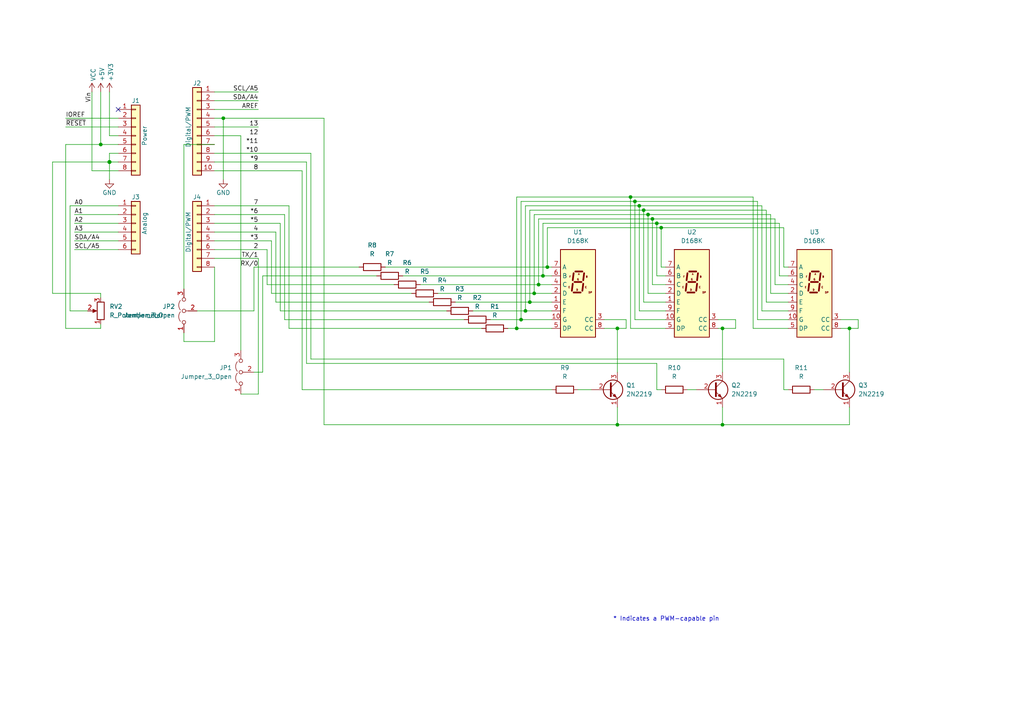
<source format=kicad_sch>
(kicad_sch (version 20231120) (generator "eeschema") (generator_version "8.0")
  (paper "A4")
  (title_block (date "mar. 31 mars 2015"))
  (lib_symbols
    (symbol "Connector_Generic:Conn_01x06" (pin_names (offset 1.016) hide)
      (property "Reference" "J" (at 0 7.62 0))
      (property "Value" "Conn_01x06" (at 0 -10.16 0))
      (symbol "Conn_01x06_1_1"
        (rectangle (start -1.27 -7.493) (end 0 -7.747) (stroke (width 0.1524)))
        (rectangle (start -1.27 -4.953) (end 0 -5.207) (stroke (width 0.1524)))
        (rectangle (start -1.27 -2.413) (end 0 -2.667) (stroke (width 0.1524)))
        (rectangle (start -1.27 0.127) (end 0 -0.127) (stroke (width 0.1524)))
        (rectangle (start -1.27 2.667) (end 0 2.413) (stroke (width 0.1524)))
        (rectangle (start -1.27 5.207) (end 0 4.953) (stroke (width 0.1524)))
        (rectangle (start -1.27 6.35) (end 1.27 -8.89) (stroke (width 0.254)) (fill (type background)))
        (pin passive line (at -5.08 5.08 0) (length 3.81) (name "Pin_1") (number "1"))
        (pin passive line (at -5.08 2.54 0) (length 3.81) (name "Pin_2") (number "2"))
        (pin passive line (at -5.08 0 0) (length 3.81) (name "Pin_3") (number "3"))
        (pin passive line (at -5.08 -2.54 0) (length 3.81) (name "Pin_4") (number "4"))
        (pin passive line (at -5.08 -5.08 0) (length 3.81) (name "Pin_5") (number "5"))
        (pin passive line (at -5.08 -7.62 0) (length 3.81) (name "Pin_6") (number "6"))
      )
    )
    (symbol "Connector_Generic:Conn_01x08" (pin_names (offset 1.016) hide)
      (property "Reference" "J" (at 0 10.16 0))
      (property "Value" "Conn_01x08" (at 0 -12.7 0))
      (symbol "Conn_01x08_1_1"
        (rectangle (start -1.27 -10.033) (end 0 -10.287) (stroke (width 0.1524)))
        (rectangle (start -1.27 -7.493) (end 0 -7.747) (stroke (width 0.1524)))
        (rectangle (start -1.27 -4.953) (end 0 -5.207) (stroke (width 0.1524)))
        (rectangle (start -1.27 -2.413) (end 0 -2.667) (stroke (width 0.1524)))
        (rectangle (start -1.27 0.127) (end 0 -0.127) (stroke (width 0.1524)))
        (rectangle (start -1.27 2.667) (end 0 2.413) (stroke (width 0.1524)))
        (rectangle (start -1.27 5.207) (end 0 4.953) (stroke (width 0.1524)))
        (rectangle (start -1.27 7.747) (end 0 7.493) (stroke (width 0.1524)))
        (rectangle (start -1.27 8.89) (end 1.27 -11.43) (stroke (width 0.254)) (fill (type background)))
        (pin passive line (at -5.08 7.62 0) (length 3.81) (name "Pin_1") (number "1"))
        (pin passive line (at -5.08 5.08 0) (length 3.81) (name "Pin_2") (number "2"))
        (pin passive line (at -5.08 2.54 0) (length 3.81) (name "Pin_3") (number "3"))
        (pin passive line (at -5.08 0 0) (length 3.81) (name "Pin_4") (number "4"))
        (pin passive line (at -5.08 -2.54 0) (length 3.81) (name "Pin_5") (number "5"))
        (pin passive line (at -5.08 -5.08 0) (length 3.81) (name "Pin_6") (number "6"))
        (pin passive line (at -5.08 -7.62 0) (length 3.81) (name "Pin_7") (number "7"))
        (pin passive line (at -5.08 -10.16 0) (length 3.81) (name "Pin_8") (number "8"))
      )
    )
    (symbol "Connector_Generic:Conn_01x10" (pin_names (offset 1.016) hide)
      (property "Reference" "J" (at 0 12.7 0))
      (property "Value" "Conn_01x10" (at 0 -15.24 0))
      (symbol "Conn_01x10_1_1"
        (rectangle (start -1.27 -12.573) (end 0 -12.827) (stroke (width 0.1524)))
        (rectangle (start -1.27 -10.033) (end 0 -10.287) (stroke (width 0.1524)))
        (rectangle (start -1.27 -7.493) (end 0 -7.747) (stroke (width 0.1524)))
        (rectangle (start -1.27 -4.953) (end 0 -5.207) (stroke (width 0.1524)))
        (rectangle (start -1.27 -2.413) (end 0 -2.667) (stroke (width 0.1524)))
        (rectangle (start -1.27 0.127) (end 0 -0.127) (stroke (width 0.1524)))
        (rectangle (start -1.27 2.667) (end 0 2.413) (stroke (width 0.1524)))
        (rectangle (start -1.27 5.207) (end 0 4.953) (stroke (width 0.1524)))
        (rectangle (start -1.27 7.747) (end 0 7.493) (stroke (width 0.1524)))
        (rectangle (start -1.27 10.287) (end 0 10.033) (stroke (width 0.1524)))
        (rectangle (start -1.27 11.43) (end 1.27 -13.97) (stroke (width 0.254)) (fill (type background)))
        (pin passive line (at -5.08 10.16 0) (length 3.81) (name "Pin_1") (number "1"))
        (pin passive line (at -5.08 -12.7 0) (length 3.81) (name "Pin_10") (number "10"))
        (pin passive line (at -5.08 7.62 0) (length 3.81) (name "Pin_2") (number "2"))
        (pin passive line (at -5.08 5.08 0) (length 3.81) (name "Pin_3") (number "3"))
        (pin passive line (at -5.08 2.54 0) (length 3.81) (name "Pin_4") (number "4"))
        (pin passive line (at -5.08 0 0) (length 3.81) (name "Pin_5") (number "5"))
        (pin passive line (at -5.08 -2.54 0) (length 3.81) (name "Pin_6") (number "6"))
        (pin passive line (at -5.08 -5.08 0) (length 3.81) (name "Pin_7") (number "7"))
        (pin passive line (at -5.08 -7.62 0) (length 3.81) (name "Pin_8") (number "8"))
        (pin passive line (at -5.08 -10.16 0) (length 3.81) (name "Pin_9") (number "9"))
      )
    )
    (symbol "Device:R" (pin_numbers hide) (pin_names (offset 0))
      (property "Reference" "R" (at 2.032 0 90))
      (property "Value" "R" (at 0 0 90))
      (symbol "R_0_1"
        (rectangle (start -1.016 -2.54) (end 1.016 2.54) (stroke (width 0.254)))
      )
      (symbol "R_1_1"
        (pin passive line (at 0 3.81 270) (length 1.27) (name "~") (number "1"))
        (pin passive line (at 0 -3.81 90) (length 1.27) (name "~") (number "2"))
      )
    )
    (symbol "Device:R_Potentiometer" (pin_names (offset 1.016) hide)
      (property "Reference" "RV" (at -4.445 0 90))
      (property "Value" "R_Potentiometer" (at -2.54 0 90))
      (symbol "R_Potentiometer_0_1"
        (polyline (pts (xy 2.54 0) (xy 1.524 0)))
        (polyline (pts (xy 1.143 0) (xy 2.286 0.508) (xy 2.286 -0.508) (xy 1.143 0)) (fill (type outline)))
        (rectangle (start 1.016 2.54) (end -1.016 -2.54) (stroke (width 0.254)))
      )
      (symbol "R_Potentiometer_1_1"
        (pin passive line (at 0 3.81 270) (length 1.27) (name "1") (number "1"))
        (pin passive line (at 3.81 0 180) (length 1.27) (name "2") (number "2"))
        (pin passive line (at 0 -3.81 90) (length 1.27) (name "3") (number "3"))
      )
    )
    (symbol "Display_Character:D168K"
      (property "Reference" "U" (at -2.54 13.97 0))
      (property "Value" "D168K" (at 1.27 13.97 0))
      (symbol "D168K_0_0"
        (text "A" (at 0.254 5.588 0) (effects (font (size 0.508 0.508))))
        (text "B" (at 2.54 4.826 0) (effects (font (size 0.508 0.508))))
        (text "C" (at 2.286 1.778 0) (effects (font (size 0.508 0.508))))
        (text "D" (at -0.254 1.016 0) (effects (font (size 0.508 0.508))))
        (text "DP" (at 3.556 0.254 0) (effects (font (size 0.508 0.508))))
        (text "E" (at -2.54 1.778 0) (effects (font (size 0.508 0.508))))
        (text "F" (at -2.286 4.826 0) (effects (font (size 0.508 0.508))))
        (text "G" (at 0 4.064 0) (effects (font (size 0.508 0.508))))
      )
      (symbol "D168K_0_1"
        (rectangle (start -5.08 12.7) (end 5.08 -12.7) (stroke (width 0.254)) (fill (type background)))
        (polyline (pts (xy -1.524 2.794) (xy -1.778 0.762)) (stroke (width 0.508)))
        (polyline (pts (xy -1.27 0.254) (xy 0.762 0.254)) (stroke (width 0.508)))
        (polyline (pts (xy -1.27 5.842) (xy -1.524 3.81)) (stroke (width 0.508)))
        (polyline (pts (xy -1.016 3.302) (xy 1.016 3.302)) (stroke (width 0.508)))
        (polyline (pts (xy -0.762 6.35) (xy 1.27 6.35)) (stroke (width 0.508)))
        (polyline (pts (xy 1.524 2.794) (xy 1.27 0.762)) (stroke (width 0.508)))
        (polyline (pts (xy 1.778 5.842) (xy 1.524 3.81)) (stroke (width 0.508)))
        (polyline (pts (xy 2.54 0.254) (xy 2.54 0.254)) (stroke (width 0.508)))
      )
      (symbol "D168K_1_1"
        (pin input line (at -7.62 -2.54 0) (length 2.54) (name "E") (number "1"))
        (pin input line (at -7.62 -7.62 0) (length 2.54) (name "G") (number "10"))
        (pin input line (at -7.62 0 0) (length 2.54) (name "D") (number "2"))
        (pin input line (at 7.62 -7.62 180) (length 2.54) (name "CC") (number "3"))
        (pin input line (at -7.62 2.54 0) (length 2.54) (name "C") (number "4"))
        (pin input line (at -7.62 -10.16 0) (length 2.54) (name "DP") (number "5"))
        (pin input line (at -7.62 5.08 0) (length 2.54) (name "B") (number "6"))
        (pin input line (at -7.62 7.62 0) (length 2.54) (name "A") (number "7"))
        (pin input line (at 7.62 -10.16 180) (length 2.54) (name "CC") (number "8"))
        (pin input line (at -7.62 -5.08 0) (length 2.54) (name "F") (number "9"))
      )
    )
    (symbol "Jumper:Jumper_3_Open" (pin_names (offset 0) hide) (exclude_from_sim yes) (in_bom no)
      (property "Reference" "JP" (at -2.54 -2.54 0))
      (property "Value" "Jumper_3_Open" (at 0 2.794 0))
      (symbol "Jumper_3_Open_0_0"
        (circle (center -3.302 0) (radius 0.508))
        (circle (center 0 0) (radius 0.508))
        (circle (center 3.302 0) (radius 0.508))
      )
      (symbol "Jumper_3_Open_0_1"
        (arc (start -0.254 1.016) (mid -1.651 1.4992) (end -3.048 1.016))
        (polyline (pts (xy 0 -0.508) (xy 0 -1.27)))
        (arc (start 3.048 1.016) (mid 1.651 1.4992) (end 0.254 1.016))
      )
      (symbol "Jumper_3_Open_1_1"
        (pin passive line (at -6.35 0 0) (length 2.54) (name "A") (number "1"))
        (pin passive line (at 0 -3.81 90) (length 2.54) (name "C") (number "2"))
        (pin passive line (at 6.35 0 180) (length 2.54) (name "B") (number "3"))
      )
    )
    (symbol "Transistor_BJT:2N2219" (pin_names (offset 0) hide)
      (property "Reference" "Q" (at 5.08 1.905 0))
      (property "Value" "2N2219" (at 5.08 0 0))
      (symbol "2N2219_0_1"
        (polyline (pts (xy 0.635 0.635) (xy 2.54 2.54)))
        (polyline (pts (xy 0.635 -0.635) (xy 2.54 -2.54) (xy 2.54 -2.54)))
        (polyline (pts (xy 0.635 1.905) (xy 0.635 -1.905) (xy 0.635 -1.905)) (stroke (width 0.508)))
        (polyline (pts (xy 1.27 -1.778) (xy 1.778 -1.27) (xy 2.286 -2.286) (xy 1.27 -1.778) (xy 1.27 -1.778)) (fill (type outline)))
        (circle (center 1.27 0) (radius 2.8194) (stroke (width 0.254)))
      )
      (symbol "2N2219_1_1"
        (pin passive line (at 2.54 -5.08 90) (length 2.54) (name "E") (number "1"))
        (pin passive line (at -5.08 0 0) (length 5.715) (name "B") (number "2"))
        (pin passive line (at 2.54 5.08 270) (length 2.54) (name "C") (number "3"))
      )
    )
    (symbol "power:+3V3" (power) (pin_names (offset 0))
      (property "Value" "+3V3" (at 0 3.556 0))
      (symbol "+3V3_0_1"
        (polyline (pts (xy -0.762 1.27) (xy 0 2.54)))
        (polyline (pts (xy 0 0) (xy 0 2.54)))
        (polyline (pts (xy 0 2.54) (xy 0.762 1.27)))
      )
      (symbol "+3V3_1_1"
        (pin power_in line (at 0 0 90) (length 0) hide (name "+3V3") (number "1"))
      )
    )
    (symbol "power:+5V" (power) (pin_names (offset 0))
      (property "Value" "+5V" (at 0 3.556 0))
      (symbol "+5V_0_1"
        (polyline (pts (xy -0.762 1.27) (xy 0 2.54)))
        (polyline (pts (xy 0 0) (xy 0 2.54)))
        (polyline (pts (xy 0 2.54) (xy 0.762 1.27)))
      )
      (symbol "+5V_1_1"
        (pin power_in line (at 0 0 90) (length 0) hide (name "+5V") (number "1"))
      )
    )
    (symbol "power:GND" (power) (pin_names (offset 0))
      (property "Value" "GND" (at 0 -3.81 0))
      (symbol "GND_0_1"
        (polyline (pts (xy 0 0) (xy 0 -1.27) (xy 1.27 -1.27) (xy 0 -2.54) (xy -1.27 -1.27) (xy 0 -1.27)))
      )
      (symbol "GND_1_1"
        (pin power_in line (at 0 0 270) (length 0) hide (name "GND") (number "1"))
      )
    )
    (symbol "power:VCC" (power) (pin_names (offset 0))
      (property "Value" "VCC" (at 0 3.81 0))
      (symbol "VCC_0_1"
        (polyline (pts (xy -0.762 1.27) (xy 0 2.54)))
        (polyline (pts (xy 0 0) (xy 0 2.54)))
        (polyline (pts (xy 0 2.54) (xy 0.762 1.27)))
      )
      (symbol "VCC_1_1"
        (pin power_in line (at 0 0 90) (length 0) hide (name "VCC") (number "1"))
      )
    )
  )
  (junction (at 64.77 34.29))
  (junction (at 209.55 95.25))
  (junction (at 31.75 46.99) (diameter 1.016))
  (junction (at 151.13 92.71))
  (junction (at 149.86 95.25))
  (junction (at 29.21 41.91))
  (junction (at 189.23 63.5))
  (junction (at 209.55 123.19))
  (junction (at 152.4 90.17))
  (junction (at 186.69 60.96))
  (junction (at 185.42 59.69))
  (junction (at 190.5 64.77))
  (junction (at 184.15 58.42))
  (junction (at 157.48 80.01))
  (junction (at 153.67 87.63))
  (junction (at 179.07 123.19))
  (junction (at 187.96 62.23))
  (junction (at 182.88 57.15))
  (junction (at 154.94 85.09))
  (junction (at 179.07 95.25))
  (junction (at 191.77 66.04))
  (junction (at 158.75 77.47))
  (junction (at 246.38 95.25))
  (junction (at 156.21 82.55))
  (no_connect (at 34.29 31.75))
  (wire (pts (xy 73.66 90.17) (xy 73.66 77.47)))
  (wire (pts (xy 156.21 82.55) (xy 156.21 63.5)))
  (wire (pts (xy 208.28 92.71) (xy 213.36 92.71)))
  (wire (pts (xy 134.62 92.71) (xy 82.55 92.71)))
  (wire (pts (xy 62.23 44.45) (xy 90.17 44.45)))
  (wire (pts (xy 224.79 82.55) (xy 228.6 82.55)))
  (wire (pts (xy 62.23 26.67) (xy 74.93 26.67)))
  (wire (pts (xy 227.33 77.47) (xy 228.6 77.47)))
  (wire (pts (xy 193.04 77.47) (xy 191.77 77.47)))
  (wire (pts (xy 167.64 113.03) (xy 171.45 113.03)))
  (wire (pts (xy 31.75 44.45) (xy 31.75 46.99)))
  (wire (pts (xy 93.98 123.19) (xy 179.07 123.19)))
  (wire (pts (xy 160.02 113.03) (xy 87.63 113.03)))
  (wire (pts (xy 236.22 113.03) (xy 238.76 113.03)))
  (wire (pts (xy 82.55 92.71) (xy 82.55 62.23)))
  (wire (pts (xy 193.04 82.55) (xy 189.23 82.55)))
  (wire (pts (xy 226.06 64.77) (xy 226.06 80.01)))
  (wire (pts (xy 21.59 72.39) (xy 34.29 72.39)))
  (wire (pts (xy 78.74 85.09) (xy 78.74 69.85)))
  (wire (pts (xy 213.36 95.25) (xy 209.55 95.25)))
  (wire (pts (xy 111.76 77.47) (xy 158.75 77.47)))
  (wire (pts (xy 80.01 87.63) (xy 80.01 67.31)))
  (wire (pts (xy 191.77 77.47) (xy 191.77 66.04)))
  (wire (pts (xy 223.52 62.23) (xy 223.52 85.09)))
  (wire (pts (xy 209.55 118.11) (xy 209.55 123.19)))
  (wire (pts (xy 186.69 87.63) (xy 186.69 60.96)))
  (wire (pts (xy 73.66 77.47) (xy 104.14 77.47)))
  (wire (pts (xy 151.13 58.42) (xy 151.13 92.71)))
  (wire (pts (xy 199.39 113.03) (xy 201.93 113.03)))
  (wire (pts (xy 31.75 46.99) (xy 31.75 52.07)))
  (wire (pts (xy 187.96 62.23) (xy 223.52 62.23)))
  (wire (pts (xy 31.75 39.37) (xy 34.29 39.37)))
  (wire (pts (xy 19.05 95.25) (xy 29.21 95.25)))
  (wire (pts (xy 190.5 64.77) (xy 226.06 64.77)))
  (wire (pts (xy 29.21 41.91) (xy 34.29 41.91)))
  (wire (pts (xy 29.21 26.67) (xy 29.21 41.91)))
  (wire (pts (xy 193.04 92.71) (xy 184.15 92.71)))
  (wire (pts (xy 222.25 87.63) (xy 228.6 87.63)))
  (wire (pts (xy 193.04 95.25) (xy 182.88 95.25)))
  (wire (pts (xy 53.34 41.91) (xy 53.34 83.82)))
  (wire (pts (xy 243.84 92.71) (xy 248.92 92.71)))
  (wire (pts (xy 137.16 90.17) (xy 152.4 90.17)))
  (wire (pts (xy 62.23 36.83) (xy 74.93 36.83)))
  (wire (pts (xy 121.92 82.55) (xy 156.21 82.55)))
  (wire (pts (xy 226.06 80.01) (xy 228.6 80.01)))
  (wire (pts (xy 31.75 26.67) (xy 31.75 39.37)))
  (wire (pts (xy 62.23 59.69) (xy 83.82 59.69)))
  (wire (pts (xy 224.79 63.5) (xy 224.79 82.55)))
  (wire (pts (xy 182.88 57.15) (xy 218.44 57.15)))
  (wire (pts (xy 20.32 59.69) (xy 34.29 59.69)))
  (wire (pts (xy 191.77 66.04) (xy 227.33 66.04)))
  (wire (pts (xy 62.23 39.37) (xy 69.85 39.37)))
  (wire (pts (xy 151.13 58.42) (xy 184.15 58.42)))
  (wire (pts (xy 15.24 85.09) (xy 29.21 85.09)))
  (wire (pts (xy 93.98 34.29) (xy 93.98 123.19)))
  (wire (pts (xy 62.23 62.23) (xy 82.55 62.23)))
  (wire (pts (xy 190.5 113.03) (xy 190.5 105.41)))
  (wire (pts (xy 193.04 85.09) (xy 187.96 85.09)))
  (wire (pts (xy 218.44 57.15) (xy 218.44 95.25)))
  (wire (pts (xy 76.2 107.95) (xy 76.2 80.01)))
  (wire (pts (xy 160.02 95.25) (xy 149.86 95.25)))
  (wire (pts (xy 219.71 92.71) (xy 228.6 92.71)))
  (wire (pts (xy 186.69 60.96) (xy 222.25 60.96)))
  (wire (pts (xy 227.33 66.04) (xy 227.33 77.47)))
  (wire (pts (xy 15.24 46.99) (xy 15.24 85.09)))
  (wire (pts (xy 190.5 64.77) (xy 190.5 80.01)))
  (wire (pts (xy 193.04 90.17) (xy 185.42 90.17)))
  (wire (pts (xy 154.94 62.23) (xy 187.96 62.23)))
  (wire (pts (xy 69.85 114.3) (xy 74.93 114.3)))
  (wire (pts (xy 116.84 80.01) (xy 157.48 80.01)))
  (wire (pts (xy 81.28 90.17) (xy 81.28 64.77)))
  (wire (pts (xy 62.23 46.99) (xy 88.9 46.99)))
  (wire (pts (xy 124.46 87.63) (xy 80.01 87.63)))
  (wire (pts (xy 19.05 41.91) (xy 29.21 41.91)))
  (wire (pts (xy 20.32 59.69) (xy 20.32 90.17)))
  (wire (pts (xy 62.23 67.31) (xy 80.01 67.31)))
  (wire (pts (xy 69.85 39.37) (xy 69.85 101.6)))
  (wire (pts (xy 179.07 123.19) (xy 209.55 123.19)))
  (wire (pts (xy 160.02 87.63) (xy 153.67 87.63)))
  (wire (pts (xy 184.15 92.71) (xy 184.15 58.42)))
  (wire (pts (xy 220.98 59.69) (xy 220.98 90.17)))
  (wire (pts (xy 127 85.09) (xy 154.94 85.09)))
  (wire (pts (xy 160.02 85.09) (xy 154.94 85.09)))
  (wire (pts (xy 19.05 34.29) (xy 34.29 34.29)))
  (wire (pts (xy 179.07 95.25) (xy 181.61 95.25)))
  (wire (pts (xy 187.96 85.09) (xy 187.96 62.23)))
  (wire (pts (xy 64.77 34.29) (xy 93.98 34.29)))
  (wire (pts (xy 193.04 80.01) (xy 190.5 80.01)))
  (wire (pts (xy 19.05 95.25) (xy 19.05 41.91)))
  (wire (pts (xy 175.26 95.25) (xy 179.07 95.25)))
  (wire (pts (xy 179.07 95.25) (xy 179.07 107.95)))
  (wire (pts (xy 222.25 60.96) (xy 222.25 87.63)))
  (wire (pts (xy 147.32 95.25) (xy 149.86 95.25)))
  (wire (pts (xy 246.38 95.25) (xy 246.38 107.95)))
  (wire (pts (xy 153.67 60.96) (xy 186.69 60.96)))
  (wire (pts (xy 74.93 114.3) (xy 74.93 74.93)))
  (wire (pts (xy 248.92 92.71) (xy 248.92 95.25)))
  (wire (pts (xy 64.77 34.29) (xy 64.77 52.07)))
  (wire (pts (xy 62.23 31.75) (xy 74.93 31.75)))
  (wire (pts (xy 185.42 59.69) (xy 220.98 59.69)))
  (wire (pts (xy 185.42 90.17) (xy 185.42 59.69)))
  (wire (pts (xy 182.88 95.25) (xy 182.88 57.15)))
  (wire (pts (xy 160.02 77.47) (xy 158.75 77.47)))
  (wire (pts (xy 34.29 64.77) (xy 21.59 64.77)))
  (wire (pts (xy 19.05 36.83) (xy 34.29 36.83)))
  (wire (pts (xy 142.24 92.71) (xy 151.13 92.71)))
  (wire (pts (xy 184.15 58.42) (xy 219.71 58.42)))
  (wire (pts (xy 77.47 82.55) (xy 77.47 72.39)))
  (wire (pts (xy 157.48 64.77) (xy 190.5 64.77)))
  (wire (pts (xy 158.75 66.04) (xy 191.77 66.04)))
  (wire (pts (xy 34.29 46.99) (xy 31.75 46.99)))
  (wire (pts (xy 209.55 123.19) (xy 246.38 123.19)))
  (wire (pts (xy 156.21 63.5) (xy 189.23 63.5)))
  (wire (pts (xy 129.54 90.17) (xy 81.28 90.17)))
  (wire (pts (xy 158.75 77.47) (xy 158.75 66.04)))
  (wire (pts (xy 209.55 95.25) (xy 209.55 107.95)))
  (wire (pts (xy 132.08 87.63) (xy 153.67 87.63)))
  (wire (pts (xy 219.71 58.42) (xy 219.71 92.71)))
  (wire (pts (xy 53.34 99.06) (xy 53.34 96.52)))
  (wire (pts (xy 34.29 49.53) (xy 26.67 49.53)))
  (wire (pts (xy 87.63 113.03) (xy 87.63 49.53)))
  (wire (pts (xy 149.86 95.25) (xy 149.86 57.15)))
  (wire (pts (xy 57.15 90.17) (xy 73.66 90.17)))
  (wire (pts (xy 21.59 62.23) (xy 34.29 62.23)))
  (wire (pts (xy 153.67 87.63) (xy 153.67 60.96)))
  (wire (pts (xy 62.23 77.47) (xy 62.23 99.06)))
  (wire (pts (xy 160.02 92.71) (xy 151.13 92.71)))
  (wire (pts (xy 191.77 113.03) (xy 190.5 113.03)))
  (wire (pts (xy 246.38 95.25) (xy 243.84 95.25)))
  (wire (pts (xy 114.3 82.55) (xy 77.47 82.55)))
  (wire (pts (xy 73.66 107.95) (xy 76.2 107.95)))
  (wire (pts (xy 152.4 90.17) (xy 152.4 59.69)))
  (wire (pts (xy 248.92 95.25) (xy 246.38 95.25)))
  (wire (pts (xy 189.23 63.5) (xy 224.79 63.5)))
  (wire (pts (xy 31.75 46.99) (xy 15.24 46.99)))
  (wire (pts (xy 62.23 34.29) (xy 64.77 34.29)))
  (wire (pts (xy 29.21 85.09) (xy 29.21 86.36)))
  (wire (pts (xy 34.29 44.45) (xy 31.75 44.45)))
  (wire (pts (xy 160.02 82.55) (xy 156.21 82.55)))
  (wire (pts (xy 53.34 41.91) (xy 62.23 41.91)))
  (wire (pts (xy 149.86 57.15) (xy 182.88 57.15)))
  (wire (pts (xy 246.38 123.19) (xy 246.38 118.11)))
  (wire (pts (xy 223.52 85.09) (xy 228.6 85.09)))
  (wire (pts (xy 62.23 64.77) (xy 81.28 64.77)))
  (wire (pts (xy 21.59 67.31) (xy 34.29 67.31)))
  (wire (pts (xy 53.34 99.06) (xy 62.23 99.06)))
  (wire (pts (xy 220.98 90.17) (xy 228.6 90.17)))
  (wire (pts (xy 179.07 118.11) (xy 179.07 123.19)))
  (wire (pts (xy 193.04 87.63) (xy 186.69 87.63)))
  (wire (pts (xy 88.9 105.41) (xy 88.9 46.99)))
  (wire (pts (xy 190.5 105.41) (xy 88.9 105.41)))
  (wire (pts (xy 181.61 92.71) (xy 175.26 92.71)))
  (wire (pts (xy 119.38 85.09) (xy 78.74 85.09)))
  (wire (pts (xy 209.55 95.25) (xy 208.28 95.25)))
  (wire (pts (xy 83.82 95.25) (xy 83.82 59.69)))
  (wire (pts (xy 157.48 80.01) (xy 157.48 64.77)))
  (wire (pts (xy 139.7 95.25) (xy 83.82 95.25)))
  (wire (pts (xy 29.21 95.25) (xy 29.21 93.98)))
  (wire (pts (xy 90.17 104.14) (xy 227.33 104.14)))
  (wire (pts (xy 160.02 80.01) (xy 157.48 80.01)))
  (wire (pts (xy 62.23 29.21) (xy 74.93 29.21)))
  (wire (pts (xy 213.36 92.71) (xy 213.36 95.25)))
  (wire (pts (xy 62.23 72.39) (xy 77.47 72.39)))
  (wire (pts (xy 76.2 80.01) (xy 109.22 80.01)))
  (wire (pts (xy 62.23 69.85) (xy 78.74 69.85)))
  (wire (pts (xy 189.23 63.5) (xy 189.23 82.55)))
  (wire (pts (xy 181.61 95.25) (xy 181.61 92.71)))
  (wire (pts (xy 20.32 90.17) (xy 25.4 90.17)))
  (wire (pts (xy 160.02 90.17) (xy 152.4 90.17)))
  (wire (pts (xy 62.23 74.93) (xy 74.93 74.93)))
  (wire (pts (xy 26.67 49.53) (xy 26.67 26.67)))
  (wire (pts (xy 228.6 113.03) (xy 227.33 113.03)))
  (wire (pts (xy 90.17 104.14) (xy 90.17 44.45)))
  (wire (pts (xy 34.29 69.85) (xy 21.59 69.85)))
  (wire (pts (xy 154.94 62.23) (xy 154.94 85.09)))
  (wire (pts (xy 152.4 59.69) (xy 185.42 59.69)))
  (wire (pts (xy 218.44 95.25) (xy 228.6 95.25)))
  (wire (pts (xy 62.23 49.53) (xy 87.63 49.53)))
  (wire (pts (xy 227.33 113.03) (xy 227.33 104.14)))
  (text "* Indicates a PWM-capable pin" (at 177.8 180.34 0) (effects (font (size 1.27 1.27)) (justify left bottom)))
  (label "RX{slash}0" (at 74.93 77.47 180))
  (label "A2" (at 21.59 64.77 0))
  (label "4" (at 74.93 67.31 180))
  (label "2" (at 74.93 72.39 180))
  (label "A3" (at 21.59 67.31 0))
  (label "13" (at 74.93 36.83 180))
  (label "12" (at 74.93 39.37 180))
  (label "~{RESET}" (at 19.05 36.83 0))
  (label "*10" (at 74.93 44.45 180))
  (label "7" (at 74.93 59.69 180))
  (label "SDA{slash}A4" (at 74.93 29.21 180))
  (label "8" (at 74.93 49.53 180))
  (label "*11" (at 74.93 41.91 180))
  (label "*3" (at 74.93 69.85 180))
  (label "A1" (at 21.59 62.23 0))
  (label "TX{slash}1" (at 74.93 74.93 180))
  (label "A0" (at 21.59 59.69 0))
  (label "AREF" (at 74.93 31.75 180))
  (label "Vin" (at 26.67 26.67 270))
  (label "*6" (at 74.93 62.23 180))
  (label "SCL{slash}A5" (at 74.93 26.67 180))
  (label "*9" (at 74.93 46.99 180))
  (label "*5" (at 74.93 64.77 180))
  (label "IOREF" (at 19.05 34.29 0))
  (label "SDA{slash}A4" (at 21.59 69.85 0))
  (label "SCL{slash}A5" (at 21.59 72.39 0))
  (symbol (lib_id "Connector_Generic:Conn_01x08") (at 39.37 39.37 0) (unit 1)
    (property "Reference" "J1" (at 39.37 29.21 0))
    (property "Value" "Power" (at 41.91 39.37 90))
    (property "Footprint" "Connector_PinSocket_2.54mm:PinSocket_1x08_P2.54mm_Vertical" (effects (hide yes)))
  )
  (symbol (lib_id "power:+3V3") (at 31.75 26.67 0) (unit 1)
    (property "Reference" "#PWR03" (effects (hide yes)))
    (property "Value" "+3V3" (at 32.131 23.622 90) (effects (justify left)))
  )
  (symbol (lib_id "power:+5V") (at 29.21 26.67 0) (unit 1)
    (property "Reference" "#PWR02" (effects (hide yes)))
    (property "Value" "+5V" (at 29.5656 23.622 90) (effects (justify left)))
  )
  (symbol (lib_id "power:GND") (at 31.75 52.07 0) (unit 1)
    (property "Reference" "#PWR04" (effects (hide yes)))
    (property "Value" "GND" (at 31.75 55.88 0))
  )
  (symbol (lib_id "Connector_Generic:Conn_01x10") (at 57.15 36.83 0) (mirror y) (unit 1)
    (property "Reference" "J2" (at 57.15 24.13 0))
    (property "Value" "Digital/PWM" (at 54.61 36.83 90))
    (property "Footprint" "Connector_PinSocket_2.54mm:PinSocket_1x10_P2.54mm_Vertical" (effects (hide yes)))
  )
  (symbol (lib_id "power:GND") (at 64.77 52.07 0) (unit 1)
    (property "Reference" "#PWR05" (effects (hide yes)))
    (property "Value" "GND" (at 64.77 55.88 0))
  )
  (symbol (lib_id "Connector_Generic:Conn_01x06") (at 39.37 64.77 0) (unit 1)
    (property "Reference" "J3" (at 39.37 57.15 0))
    (property "Value" "Analog" (at 41.91 64.77 90))
    (property "Footprint" "Connector_PinSocket_2.54mm:PinSocket_1x06_P2.54mm_Vertical" (effects (hide yes)))
  )
  (symbol (lib_id "Connector_Generic:Conn_01x08") (at 57.15 67.31 0) (mirror y) (unit 1)
    (property "Reference" "J4" (at 57.15 57.15 0))
    (property "Value" "Digital/PWM" (at 54.61 67.31 90))
    (property "Footprint" "Connector_PinSocket_2.54mm:PinSocket_1x08_P2.54mm_Vertical" (effects (hide yes)))
  )
  (symbol (lib_id "Device:R") (at 128.27 87.63 90) (unit 1)
    (property "Reference" "R4" (at 128.27 81.28 90))
    (property "Value" "R" (at 128.27 83.82 90))
    (property "Footprint" "Resistor_THT:R_Axial_DIN0207_L6.3mm_D2.5mm_P10.16mm_Horizontal" (effects (hide yes)))
    (property "Description" "Resistor" (effects (hide yes)))
  )
  (symbol (lib_id "Device:R") (at 163.83 113.03 90) (unit 1)
    (property "Reference" "R9" (at 163.83 106.68 90))
    (property "Value" "R" (at 163.83 109.22 90))
    (property "Footprint" "Resistor_THT:R_Axial_DIN0207_L6.3mm_D2.5mm_P10.16mm_Horizontal" (effects (hide yes)))
    (property "Description" "Resistor" (effects (hide yes)))
  )
  (symbol (lib_id "Device:R") (at 133.35 90.17 90) (unit 1)
    (property "Reference" "R3" (at 133.35 83.82 90))
    (property "Value" "R" (at 133.35 86.36 90))
    (property "Footprint" "Resistor_THT:R_Axial_DIN0207_L6.3mm_D2.5mm_P10.16mm_Horizontal" (effects (hide yes)))
    (property "Description" "Resistor" (effects (hide yes)))
  )
  (symbol (lib_id "Device:R") (at 195.58 113.03 90) (unit 1)
    (property "Reference" "R10" (at 195.58 106.68 90))
    (property "Value" "R" (at 195.58 109.22 90))
    (property "Footprint" "Resistor_THT:R_Axial_DIN0207_L6.3mm_D2.5mm_P10.16mm_Horizontal" (effects (hide yes)))
    (property "Description" "Resistor" (effects (hide yes)))
  )
  (symbol (lib_id "Display_Character:D168K") (at 167.64 85.09 0) (unit 1)
    (property "Reference" "U1" (at 167.64 67.31 0))
    (property "Value" "D168K" (at 167.64 69.85 0))
    (property "Footprint" "Display_7Segment:D1X8K" (effects (hide yes)))
    (property "Datasheet" "https://ia800903.us.archive.org/24/items/CTKD1x8K/Cromatek%20D168K.pdf" (effects (hide yes)))
    (property "Description" "One digit 7 segment ultra bright red LED, low current, common cathode" (effects (hide yes)))
  )
  (symbol (lib_id "Device:R") (at 113.03 80.01 90) (unit 1)
    (property "Reference" "R7" (at 113.03 73.66 90))
    (property "Value" "R" (at 113.03 76.2 90))
    (property "Footprint" "Resistor_THT:R_Axial_DIN0207_L6.3mm_D2.5mm_P10.16mm_Horizontal" (effects (hide yes)))
    (property "Description" "Resistor" (effects (hide yes)))
  )
  (symbol (lib_id "Device:R") (at 107.95 77.47 90) (unit 1)
    (property "Reference" "R8" (at 107.95 71.12 90))
    (property "Value" "R" (at 107.95 73.66 90))
    (property "Footprint" "Resistor_THT:R_Axial_DIN0207_L6.3mm_D2.5mm_P10.16mm_Horizontal" (effects (hide yes)))
    (property "Description" "Resistor" (effects (hide yes)))
  )
  (symbol (lib_id "power:VCC") (at 26.67 26.67 0) (unit 1)
    (property "Reference" "#PWR01" (effects (hide yes)))
    (property "Value" "VCC" (at 27.051 23.622 90) (effects (justify left)))
  )
  (symbol (lib_id "Transistor_BJT:2N2219") (at 207.01 113.03 0) (unit 1)
    (property "Reference" "Q2" (at 212.09 111.7599 0) (effects (justify left)))
    (property "Value" "2N2219" (at 212.09 114.2999 0) (effects (justify left)))
    (property "Footprint" "Package_TO_SOT_THT:TO-39-3" (effects (hide yes)))
    (property "Datasheet" "http://www.onsemi.com/pub_link/Collateral/2N2219-D.PDF" (effects (hide yes)))
    (property "Description" "800mA Ic, 50V Vce, NPN Transistor, TO-39" (effects (hide yes)))
  )
  (symbol (lib_id "Transistor_BJT:2N2219") (at 176.53 113.03 0) (unit 1)
    (property "Reference" "Q1" (at 181.61 111.7599 0) (effects (justify left)))
    (property "Value" "2N2219" (at 181.61 114.2999 0) (effects (justify left)))
    (property "Footprint" "Package_TO_SOT_THT:TO-39-3" (effects (hide yes)))
    (property "Datasheet" "http://www.onsemi.com/pub_link/Collateral/2N2219-D.PDF" (effects (hide yes)))
    (property "Description" "800mA Ic, 50V Vce, NPN Transistor, TO-39" (effects (hide yes)))
  )
  (symbol (lib_id "Device:R") (at 118.11 82.55 90) (unit 1)
    (property "Reference" "R6" (at 118.11 76.2 90))
    (property "Value" "R" (at 118.11 78.74 90))
    (property "Footprint" "Resistor_THT:R_Axial_DIN0207_L6.3mm_D2.5mm_P10.16mm_Horizontal" (effects (hide yes)))
    (property "Description" "Resistor" (effects (hide yes)))
  )
  (symbol (lib_id "Device:R") (at 232.41 113.03 90) (unit 1)
    (property "Reference" "R11" (at 232.41 106.68 90))
    (property "Value" "R" (at 232.41 109.22 90))
    (property "Footprint" "Resistor_THT:R_Axial_DIN0207_L6.3mm_D2.5mm_P10.16mm_Horizontal" (effects (hide yes)))
    (property "Description" "Resistor" (effects (hide yes)))
  )
  (symbol (lib_id "Display_Character:D168K") (at 236.22 85.09 0) (unit 1)
    (property "Reference" "U3" (at 236.22 67.31 0))
    (property "Value" "D168K" (at 236.22 69.85 0))
    (property "Footprint" "Display_7Segment:D1X8K" (effects (hide yes)))
    (property "Datasheet" "https://ia800903.us.archive.org/24/items/CTKD1x8K/Cromatek%20D168K.pdf" (effects (hide yes)))
    (property "Description" "One digit 7 segment ultra bright red LED, low current, common cathode" (effects (hide yes)))
  )
  (symbol (lib_id "Device:R") (at 143.51 95.25 90) (unit 1)
    (property "Reference" "R1" (at 143.51 88.9 90))
    (property "Value" "R" (at 143.51 91.44 90))
    (property "Footprint" "Resistor_THT:R_Axial_DIN0207_L6.3mm_D2.5mm_P10.16mm_Horizontal" (effects (hide yes)))
    (property "Description" "Resistor" (effects (hide yes)))
  )
  (symbol (lib_id "Transistor_BJT:2N2219") (at 243.84 113.03 0) (unit 1)
    (property "Reference" "Q3" (at 248.92 111.7599 0) (effects (justify left)))
    (property "Value" "2N2219" (at 248.92 114.2999 0) (effects (justify left)))
    (property "Footprint" "Package_TO_SOT_THT:TO-39-3" (effects (hide yes)))
    (property "Datasheet" "http://www.onsemi.com/pub_link/Collateral/2N2219-D.PDF" (effects (hide yes)))
    (property "Description" "800mA Ic, 50V Vce, NPN Transistor, TO-39" (effects (hide yes)))
  )
  (symbol (lib_id "Device:R") (at 123.19 85.09 90) (unit 1)
    (property "Reference" "R5" (at 123.19 78.74 90))
    (property "Value" "R" (at 123.19 81.28 90))
    (property "Footprint" "Resistor_THT:R_Axial_DIN0207_L6.3mm_D2.5mm_P10.16mm_Horizontal" (effects (hide yes)))
    (property "Description" "Resistor" (effects (hide yes)))
  )
  (symbol (lib_id "Jumper:Jumper_3_Open") (at 53.34 90.17 90) (unit 1) (exclude_from_sim yes) (in_bom no)
    (property "Reference" "JP2" (at 50.8 88.8999 90) (effects (justify left)))
    (property "Value" "Jumper_3_Open" (at 50.8 91.4399 90) (effects (justify left)))
    (property "Description" "Jumper, 3-pole, both open" (effects (hide yes)))
  )
  (symbol (lib_id "Device:R_Potentiometer") (at 29.21 90.17 180) (unit 1)
    (property "Reference" "RV2" (at 31.75 88.8999 0) (effects (justify right)))
    (property "Value" "R_Potentiometer" (at 31.75 91.4399 0) (effects (justify right)))
    (property "Footprint" "Potentiometer_THT:Potentiometer_Alpha_RD901F-40-00D_Single_Vertical" (effects (hide yes)))
    (property "Description" "Potentiometer" (effects (hide yes)))
  )
  (symbol (lib_id "Device:R") (at 138.43 92.71 90) (unit 1)
    (property "Reference" "R2" (at 138.43 86.36 90))
    (property "Value" "R" (at 138.43 88.9 90))
    (property "Footprint" "Resistor_THT:R_Axial_DIN0207_L6.3mm_D2.5mm_P10.16mm_Horizontal" (effects (hide yes)))
    (property "Description" "Resistor" (effects (hide yes)))
  )
  (symbol (lib_id "Jumper:Jumper_3_Open") (at 69.85 107.95 90) (unit 1) (exclude_from_sim yes) (in_bom no)
    (property "Reference" "JP1" (at 67.31 106.6799 90) (effects (justify left)))
    (property "Value" "Jumper_3_Open" (at 67.31 109.2199 90) (effects (justify left)))
    (property "Description" "Jumper, 3-pole, both open" (effects (hide yes)))
  )
  (symbol (lib_id "Display_Character:D168K") (at 200.66 85.09 0) (unit 1)
    (property "Reference" "U2" (at 200.66 67.31 0))
    (property "Value" "D168K" (at 200.66 69.85 0))
    (property "Footprint" "Display_7Segment:D1X8K" (effects (hide yes)))
    (property "Datasheet" "https://ia800903.us.archive.org/24/items/CTKD1x8K/Cromatek%20D168K.pdf" (effects (hide yes)))
    (property "Description" "One digit 7 segment ultra bright red LED, low current, common cathode" (effects (hide yes)))
  )
)
</source>
